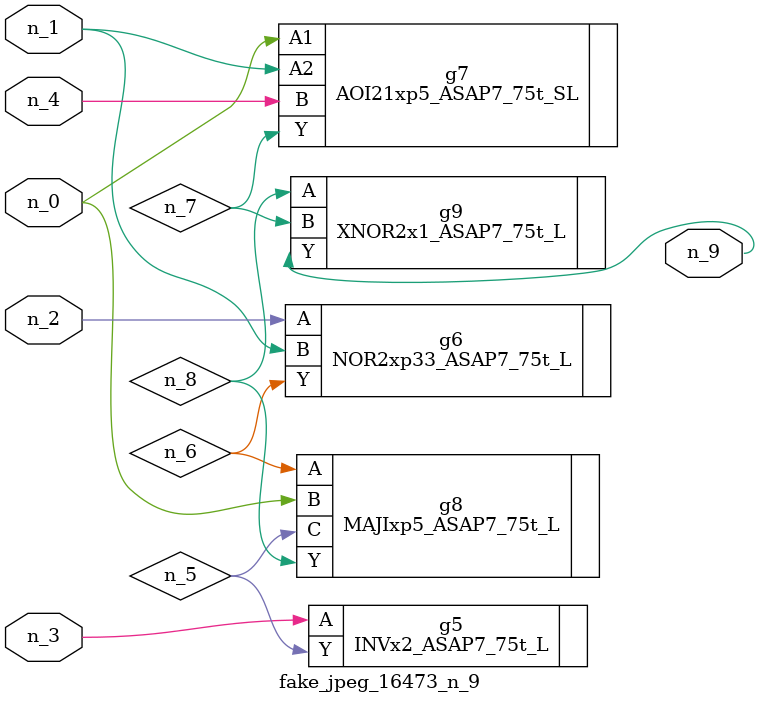
<source format=v>
module fake_jpeg_16473_n_9 (n_3, n_2, n_1, n_0, n_4, n_9);

input n_3;
input n_2;
input n_1;
input n_0;
input n_4;

output n_9;

wire n_8;
wire n_6;
wire n_5;
wire n_7;

INVx2_ASAP7_75t_L g5 ( 
.A(n_3),
.Y(n_5)
);

NOR2xp33_ASAP7_75t_L g6 ( 
.A(n_2),
.B(n_1),
.Y(n_6)
);

AOI21xp5_ASAP7_75t_SL g7 ( 
.A1(n_0),
.A2(n_1),
.B(n_4),
.Y(n_7)
);

MAJIxp5_ASAP7_75t_L g8 ( 
.A(n_6),
.B(n_0),
.C(n_5),
.Y(n_8)
);

XNOR2x1_ASAP7_75t_L g9 ( 
.A(n_8),
.B(n_7),
.Y(n_9)
);


endmodule
</source>
